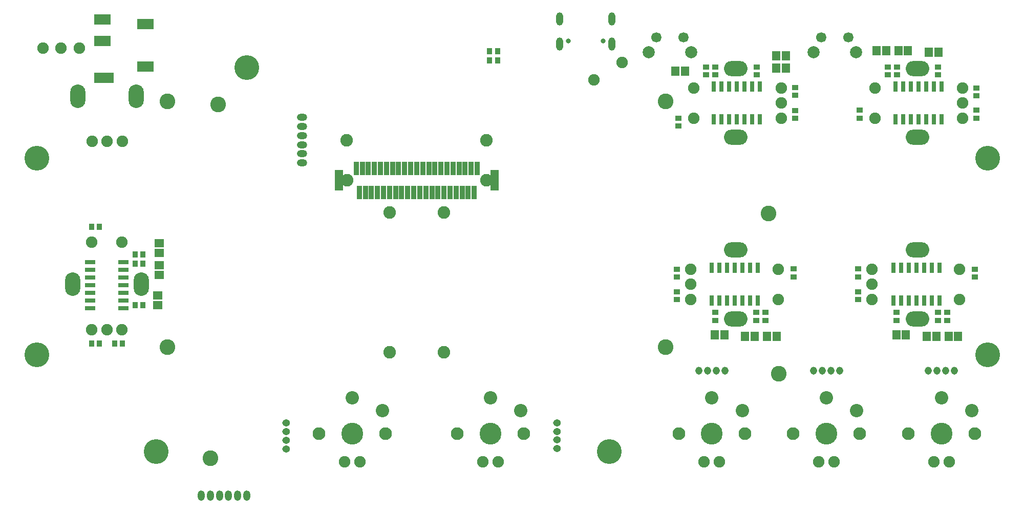
<source format=gbs>
G04*
G04 #@! TF.GenerationSoftware,Altium Limited,Altium Designer,21.8.1 (53)*
G04*
G04 Layer_Color=16711935*
%FSLAX25Y25*%
%MOIN*%
G70*
G04*
G04 #@! TF.SameCoordinates,5834F34B-C4A2-4629-ADC7-1C587854752A*
G04*
G04*
G04 #@! TF.FilePolarity,Negative*
G04*
G01*
G75*
%ADD64R,0.05518X0.05912*%
%ADD67R,0.05912X0.05518*%
%ADD68R,0.03747X0.04140*%
%ADD69R,0.10600X0.06600*%
%ADD70R,0.12600X0.06600*%
%ADD71R,0.04140X0.03747*%
%ADD78R,0.02959X0.06502*%
%ADD92R,0.06502X0.02959*%
%ADD96R,0.05500X0.13800*%
%ADD97R,0.03200X0.08600*%
%ADD98C,0.10243*%
%ADD99C,0.08200*%
%ADD100C,0.16148*%
%ADD101O,0.06699X0.04731*%
%ADD102O,0.04731X0.06699*%
%ADD103C,0.06660*%
%ADD104C,0.07880*%
%ADD105C,0.00600*%
%ADD106O,0.05124X0.04731*%
%ADD107C,0.07487*%
%ADD108C,0.14180*%
%ADD109C,0.08274*%
%ADD110C,0.08668*%
%ADD111C,0.07487*%
%ADD112O,0.09849X0.15361*%
%ADD113C,0.03156*%
%ADD114O,0.04534X0.08668*%
%ADD115O,0.15361X0.09849*%
%ADD116O,0.04731X0.05124*%
D64*
X718217Y243137D02*
D03*
X724516D02*
D03*
X752217Y242137D02*
D03*
X758516Y242137D02*
D03*
X744217D02*
D03*
X737917D02*
D03*
X719558Y428103D02*
D03*
X725857D02*
D03*
X711558Y428103D02*
D03*
X705259Y428103D02*
D03*
X745558Y427103D02*
D03*
X739259D02*
D03*
X640000Y425000D02*
D03*
X646299D02*
D03*
X580650Y415000D02*
D03*
X574350Y415000D02*
D03*
X640000Y417000D02*
D03*
X646299D02*
D03*
X626106Y242137D02*
D03*
X619807D02*
D03*
X634106Y242137D02*
D03*
X640406Y242137D02*
D03*
X600106Y243137D02*
D03*
X606406D02*
D03*
D67*
X237256Y262394D02*
D03*
Y268694D02*
D03*
X238256Y296394D02*
D03*
Y302694D02*
D03*
Y288394D02*
D03*
Y282095D02*
D03*
D68*
X453441Y422000D02*
D03*
X458559D02*
D03*
X458559Y428000D02*
D03*
X453441D02*
D03*
X222697Y262591D02*
D03*
X227815D02*
D03*
X222697Y295394D02*
D03*
X227815D02*
D03*
X222697Y289394D02*
D03*
X227815D02*
D03*
X199485Y313505D02*
D03*
X194366D02*
D03*
X209248Y237505D02*
D03*
X214366D02*
D03*
X199485D02*
D03*
X194366D02*
D03*
D69*
X229476Y445395D02*
D03*
Y417835D02*
D03*
X201524Y434371D02*
D03*
Y448544D02*
D03*
D70*
X202366Y410678D02*
D03*
D71*
X718413Y257696D02*
D03*
Y252578D02*
D03*
X751217Y257696D02*
D03*
Y252578D02*
D03*
X745217Y257696D02*
D03*
Y252578D02*
D03*
X769207Y280789D02*
D03*
Y285907D02*
D03*
X651217Y280909D02*
D03*
Y286027D02*
D03*
X652337Y389332D02*
D03*
X652337Y384213D02*
D03*
X718558Y412544D02*
D03*
Y417662D02*
D03*
X712558Y412544D02*
D03*
Y417662D02*
D03*
X745361Y412544D02*
D03*
Y417662D02*
D03*
X600448Y412544D02*
D03*
Y417662D02*
D03*
X594448Y412544D02*
D03*
Y417662D02*
D03*
X627251Y412544D02*
D03*
Y417662D02*
D03*
X627106Y257696D02*
D03*
Y252578D02*
D03*
X633106Y257696D02*
D03*
Y252578D02*
D03*
X600303Y257696D02*
D03*
Y252578D02*
D03*
X770252Y404018D02*
D03*
Y398900D02*
D03*
X652337Y404213D02*
D03*
Y399095D02*
D03*
X694508Y384274D02*
D03*
Y389392D02*
D03*
X576457Y384333D02*
D03*
Y379215D02*
D03*
X693327Y286027D02*
D03*
X693327Y280909D02*
D03*
X575336Y285907D02*
D03*
X575336Y280789D02*
D03*
X693327Y266027D02*
D03*
Y271145D02*
D03*
X575314Y266125D02*
D03*
Y271243D02*
D03*
X770328Y384333D02*
D03*
X770328Y389452D02*
D03*
D78*
X746217Y265409D02*
D03*
X741217D02*
D03*
X736217D02*
D03*
X731217D02*
D03*
X726217D02*
D03*
X721217D02*
D03*
X716217D02*
D03*
Y286865D02*
D03*
X721217Y286865D02*
D03*
X726217Y286865D02*
D03*
X731217Y286865D02*
D03*
X736217Y286865D02*
D03*
X741217Y286865D02*
D03*
X746217Y286865D02*
D03*
X717558Y404832D02*
D03*
X722558D02*
D03*
X727558D02*
D03*
X732558D02*
D03*
X737558D02*
D03*
X742558D02*
D03*
X747558D02*
D03*
Y383375D02*
D03*
X742558Y383375D02*
D03*
X737558Y383375D02*
D03*
X732558Y383375D02*
D03*
X727558Y383375D02*
D03*
X722558Y383375D02*
D03*
X717558Y383375D02*
D03*
X599448Y404832D02*
D03*
X604448D02*
D03*
X609448D02*
D03*
X614448D02*
D03*
X619448D02*
D03*
X624448D02*
D03*
X629448D02*
D03*
Y383375D02*
D03*
X624448Y383375D02*
D03*
X619448Y383375D02*
D03*
X614448Y383375D02*
D03*
X609448Y383375D02*
D03*
X604448Y383375D02*
D03*
X599448Y383375D02*
D03*
X628106Y265409D02*
D03*
X623106D02*
D03*
X618106D02*
D03*
X613106D02*
D03*
X608106D02*
D03*
X603106D02*
D03*
X598106D02*
D03*
Y286865D02*
D03*
X603106Y286865D02*
D03*
X608106Y286865D02*
D03*
X613106Y286865D02*
D03*
X618106Y286865D02*
D03*
X623106Y286865D02*
D03*
X628106Y286865D02*
D03*
D92*
X214984Y290394D02*
D03*
Y285395D02*
D03*
Y280395D02*
D03*
Y275395D02*
D03*
Y270394D02*
D03*
Y265394D02*
D03*
Y260395D02*
D03*
X193528D02*
D03*
Y265394D02*
D03*
Y270394D02*
D03*
Y275395D02*
D03*
Y280395D02*
D03*
Y285395D02*
D03*
Y290394D02*
D03*
D96*
X456600Y343700D02*
D03*
X355400D02*
D03*
D97*
X366700Y351400D02*
D03*
X368600Y336000D02*
D03*
X370600Y351400D02*
D03*
X372600Y336000D02*
D03*
X374500Y351400D02*
D03*
X376500Y336000D02*
D03*
X378500Y351400D02*
D03*
X380400Y336000D02*
D03*
X382400Y351400D02*
D03*
X384400Y336000D02*
D03*
X386300Y351400D02*
D03*
X388300Y336000D02*
D03*
X390300Y351400D02*
D03*
X392300Y336000D02*
D03*
X394200Y351400D02*
D03*
X396200Y336000D02*
D03*
X398200Y351400D02*
D03*
X400100Y336000D02*
D03*
X402100Y351400D02*
D03*
X404100Y336000D02*
D03*
X406000Y351400D02*
D03*
X408000Y336000D02*
D03*
X410000Y351400D02*
D03*
X411900Y336000D02*
D03*
X413900Y351400D02*
D03*
X415900Y336000D02*
D03*
X417800Y351400D02*
D03*
X419800Y336000D02*
D03*
X421800Y351400D02*
D03*
X423700Y336000D02*
D03*
X425700Y351400D02*
D03*
X427700Y336000D02*
D03*
X429700Y351400D02*
D03*
X431600Y336000D02*
D03*
X433600Y351400D02*
D03*
X435600Y336000D02*
D03*
X437500Y351400D02*
D03*
X439500Y336000D02*
D03*
X441500Y351400D02*
D03*
X443400Y336000D02*
D03*
X445400Y351400D02*
D03*
D98*
X641732Y217717D02*
D03*
X635039Y322047D02*
D03*
X271654Y162992D02*
D03*
X276772Y393307D02*
D03*
X243780Y235086D02*
D03*
Y395086D02*
D03*
X568197Y235086D02*
D03*
Y395086D02*
D03*
D99*
X451500Y343700D02*
D03*
X360600D02*
D03*
X388480Y231886D02*
D03*
Y322786D02*
D03*
X423547Y231937D02*
D03*
Y322837D02*
D03*
X360488Y369725D02*
D03*
X451388D02*
D03*
D100*
X295276Y417323D02*
D03*
X236221Y167323D02*
D03*
X158661Y230315D02*
D03*
X158656Y358268D02*
D03*
X531496Y167323D02*
D03*
X777559Y230315D02*
D03*
Y358268D02*
D03*
D101*
X331500Y384717D02*
D03*
Y378811D02*
D03*
Y372905D02*
D03*
Y367000D02*
D03*
Y361094D02*
D03*
Y355189D02*
D03*
D102*
X265784Y138500D02*
D03*
X271689D02*
D03*
X277594D02*
D03*
X283500D02*
D03*
X289405D02*
D03*
X295311D02*
D03*
D103*
X687000Y437000D02*
D03*
X669283D02*
D03*
X579717D02*
D03*
X562000D02*
D03*
D104*
X664342Y427197D02*
D03*
X691941D02*
D03*
X557059D02*
D03*
X584657D02*
D03*
D105*
X215500Y420878D02*
D03*
Y444500D02*
D03*
X256300Y421059D02*
D03*
Y444681D02*
D03*
D106*
X497514Y180305D02*
D03*
X497514Y174705D02*
D03*
X497514Y169105D02*
D03*
Y185905D02*
D03*
X321000Y185700D02*
D03*
Y168900D02*
D03*
X321000Y174500D02*
D03*
X321000Y180100D02*
D03*
D107*
X186311Y430000D02*
D03*
X162689D02*
D03*
X174500D02*
D03*
X214342Y369043D02*
D03*
X204500D02*
D03*
X194658D02*
D03*
X521435Y409245D02*
D03*
X539866Y420366D02*
D03*
X586218Y384333D02*
D03*
Y404018D02*
D03*
X643304Y384333D02*
D03*
Y394175D02*
D03*
Y404018D02*
D03*
X761414D02*
D03*
Y394175D02*
D03*
Y384333D02*
D03*
X704328Y404018D02*
D03*
Y384333D02*
D03*
X584250Y266222D02*
D03*
Y276065D02*
D03*
Y285907D02*
D03*
X641336Y266222D02*
D03*
Y285907D02*
D03*
X214171Y246538D02*
D03*
X204328D02*
D03*
X194486D02*
D03*
X214171Y303624D02*
D03*
X194486D02*
D03*
X702360Y266222D02*
D03*
Y276065D02*
D03*
Y285907D02*
D03*
X759446Y266222D02*
D03*
Y285907D02*
D03*
D108*
X454165Y178958D02*
D03*
X363943Y178960D02*
D03*
X747635D02*
D03*
X672832D02*
D03*
X598195D02*
D03*
D109*
X432512Y178958D02*
D03*
X475818D02*
D03*
X342290Y178960D02*
D03*
X385597D02*
D03*
X725982D02*
D03*
X769289D02*
D03*
X651179D02*
D03*
X694486D02*
D03*
X576542D02*
D03*
X619849D02*
D03*
D110*
X454165Y202186D02*
D03*
X473849Y193918D02*
D03*
X363943Y202188D02*
D03*
X383628Y193921D02*
D03*
X747635Y202188D02*
D03*
X767320Y193921D02*
D03*
X672832Y202188D02*
D03*
X692517Y193921D02*
D03*
X598195Y202188D02*
D03*
X617880Y193921D02*
D03*
D111*
X449164Y160458D02*
D03*
X459164D02*
D03*
X358943Y160460D02*
D03*
X368943D02*
D03*
X742635D02*
D03*
X752635D02*
D03*
X667832D02*
D03*
X677832D02*
D03*
X593195D02*
D03*
X603195D02*
D03*
D112*
X223500Y398500D02*
D03*
X185500D02*
D03*
X226769Y276065D02*
D03*
X181887D02*
D03*
D113*
X504622Y434630D02*
D03*
X527378D02*
D03*
D114*
X498992Y449000D02*
D03*
X533008D02*
D03*
X498992Y432543D02*
D03*
X533008D02*
D03*
D115*
X613777Y371734D02*
D03*
Y416616D02*
D03*
X731887D02*
D03*
Y371734D02*
D03*
X613777Y253624D02*
D03*
Y298506D02*
D03*
X731887Y253624D02*
D03*
Y298506D02*
D03*
D116*
X606600Y219986D02*
D03*
X589800D02*
D03*
X595400Y219986D02*
D03*
X601000Y219986D02*
D03*
X681237Y219986D02*
D03*
X664437Y219986D02*
D03*
X670037D02*
D03*
X675637D02*
D03*
X755905Y219986D02*
D03*
X739105D02*
D03*
X744705Y219986D02*
D03*
X750305Y219986D02*
D03*
M02*

</source>
